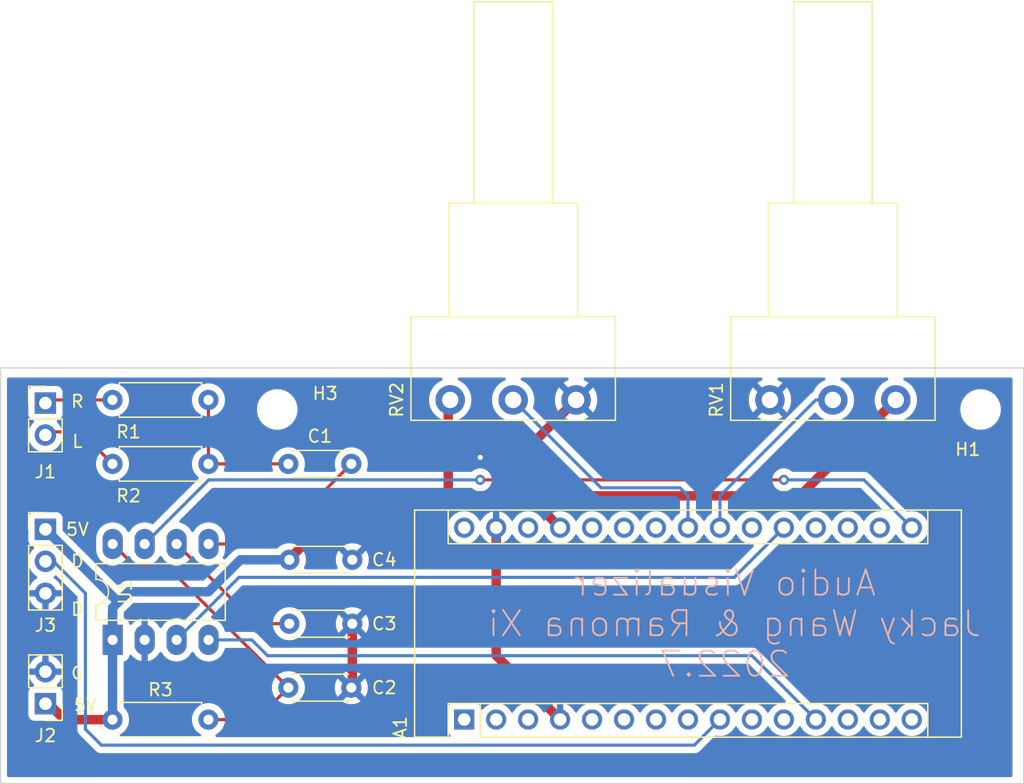
<source format=kicad_pcb>
(kicad_pcb (version 20211014) (generator pcbnew)
  (layers (0 "F.Cu" signal) (31 "B.Cu" signal) (34 "B.Paste" user) (35 "F.Paste" user) (36 "B.SilkS" user "B.Silkscreen") (37 "F.SilkS" user "F.Silkscreen") (38 "B.Mask" user) (39 "F.Mask" user) (44 "Edge.Cuts" user))
  (net 0 "")
  (net 1 "Net-(C1-Pad1)")
  (net 2 "Net-(C1-Pad2)")
  (net 3 "Net-(C2-Pad1)")
  (net 4 "GND")
  (net 5 "Net-(C3-Pad2)")
  (net 6 "Out")
  (net 7 "Audio_IN_R")
  (net 8 "Audio_IN_L")
  (net 9 "Strobe")
  (net 10 "Reset")
  (net 11 "Brightness")
  (net 12 "+5V")
  (net 20 "LED_DATA")
  (net 30 "Sensitivity")
  (footprint "Connector_PinHeader_2.54mm:PinHeader_1x02_P2.54mm_Vertical" (layer "F.Cu") (at 90.805 102.113 180)
    (fp_text reference "J2" (at 0 -2.54) (layer "F.SilkS"))
    (fp_text value "PWR")
    (fp_line (start -1.33 -1.33) (end 0 -1.33) (layer "F.SilkS") (width 0.12))
    (fp_line (start -1.33 0) (end -1.33 -1.33) (layer "F.SilkS") (width 0.12))
    (fp_line (start 1.33 1.27) (end 1.33 3.87) (layer "F.SilkS") (width 0.12))
    (fp_line (start -1.33 1.27) (end -1.33 3.87) (layer "F.SilkS") (width 0.12))
    (fp_line (start -1.33 3.87) (end 1.33 3.87) (layer "F.SilkS") (width 0.12))
    (fp_line (start -1.33 1.27) (end 1.33 1.27) (layer "F.SilkS") (width 0.12))
    (pad "1" thru_hole rect (at 0 0 180) (size 1.7 1.7) (drill 1) (layers *.Cu *.Mask) (net 12 "+5V"))
    (pad "2" thru_hole oval (at 0 2.54 180) (size 1.7 1.7) (drill 1) (layers *.Cu *.Mask) (net 4 "GND"))
  )
  (footprint "Capacitor_THT:C_Disc_D4.3mm_W1.9mm_P5.00mm" (layer "F.Cu") (at 110.104 83.063)
    (fp_text reference "C1" (at 2.5 -2.2) (layer "F.SilkS"))
    (fp_text value "10nF")
    (fp_line (start 0.23 1.055) (end 0.23 1.07) (layer "F.SilkS") (width 0.12))
    (fp_line (start 0.23 -1.07) (end 0.23 -1.055) (layer "F.SilkS") (width 0.12))
    (fp_line (start 0.23 -1.07) (end 4.77 -1.07) (layer "F.SilkS") (width 0.12))
    (fp_line (start 4.77 1.055) (end 4.77 1.07) (layer "F.SilkS") (width 0.12))
    (fp_line (start 0.23 1.07) (end 4.77 1.07) (layer "F.SilkS") (width 0.12))
    (fp_line (start 4.77 -1.07) (end 4.77 -1.055) (layer "F.SilkS") (width 0.12))
    (pad "1" thru_hole circle (at 0 0) (size 1.6 1.6) (drill 0.8) (layers *.Cu *.Mask) (net 1 "Net-(C1-Pad1)"))
    (pad "2" thru_hole circle (at 5 0) (size 1.6 1.6) (drill 0.8) (layers *.Cu *.Mask) (net 2 "Net-(C1-Pad2)"))
  )
  (footprint "Resistor_THT:R_Axial_DIN0207_L6.3mm_D2.5mm_P7.62mm_Horizontal" (layer "F.Cu") (at 96.134 103.383)
    (fp_text reference "R3" (at 3.81 -2.37) (layer "F.SilkS"))
    (fp_text value "200k")
    (fp_line (start 0.54 1.04) (end 0.54 1.37) (layer "F.SilkS") (width 0.12))
    (fp_line (start 7.08 1.37) (end 7.08 1.04) (layer "F.SilkS") (width 0.12))
    (fp_line (start 0.54 1.37) (end 7.08 1.37) (layer "F.SilkS") (width 0.12))
    (fp_line (start 0.54 -1.04) (end 0.54 -1.37) (layer "F.SilkS") (width 0.12))
    (fp_line (start 0.54 -1.37) (end 7.08 -1.37) (layer "F.SilkS") (width 0.12))
    (fp_line (start 7.08 -1.37) (end 7.08 -1.04) (layer "F.SilkS") (width 0.12))
    (pad "1" thru_hole circle (at 0 0) (size 1.6 1.6) (drill 0.8) (layers *.Cu *.Mask) (net 12 "+5V"))
    (pad "2" thru_hole oval (at 7.62 0) (size 1.6 1.6) (drill 0.8) (layers *.Cu *.Mask) (net 3 "Net-(C2-Pad1)"))
  )
  (footprint "Package_DIP:DIP-8_W7.62mm_LongPads" (layer "F.Cu") (at 96.144 97.048 90)
    (fp_text reference "U1" (at 3.81 1.011 270) (layer "F.SilkS"))
    (fp_text value "MSGEQ7")
    (fp_line (start 6.06 8.95) (end 6.06 -1.33) (layer "F.SilkS") (width 0.12))
    (fp_line (start 1.56 -1.33) (end 1.56 8.95) (layer "F.SilkS") (width 0.12))
    (fp_line (start 2.81 -1.33) (end 1.56 -1.33) (layer "F.SilkS") (width 0.12))
    (fp_line (start 1.56 8.95) (end 6.06 8.95) (layer "F.SilkS") (width 0.12))
    (fp_line (start 6.06 -1.33) (end 4.81 -1.33) (layer "F.SilkS") (width 0.12))
    (fp_arc (start 4.81 -1.33) (mid 3.81 -0.33) (end 2.81 -1.33) (layer "F.SilkS") (width 0.12))
    (pad "1" thru_hole rect (at 0 0 90) (size 2.4 1.6) (drill 0.8) (layers *.Cu *.Mask) (net 12 "+5V"))
    (pad "2" thru_hole oval (at 0 2.54 90) (size 2.4 1.6) (drill 0.8) (layers *.Cu *.Mask) (net 4 "GND"))
    (pad "3" thru_hole oval (at 0 5.08 90) (size 2.4 1.6) (drill 0.8) (layers *.Cu *.Mask) (net 6 "Out"))
    (pad "4" thru_hole oval (at 0 7.62 90) (size 2.4 1.6) (drill 0.8) (layers *.Cu *.Mask) (net 9 "Strobe"))
    (pad "5" thru_hole oval (at 7.62 7.62 90) (size 2.4 1.6) (drill 0.8) (layers *.Cu *.Mask) (net 2 "Net-(C1-Pad2)"))
    (pad "6" thru_hole oval (at 7.62 5.08 90) (size 2.4 1.6) (drill 0.8) (layers *.Cu *.Mask) (net 5 "Net-(C3-Pad2)"))
    (pad "7" thru_hole oval (at 7.62 2.54 90) (size 2.4 1.6) (drill 0.8) (layers *.Cu *.Mask) (net 10 "Reset"))
    (pad "8" thru_hole oval (at 7.62 0 90) (size 2.4 1.6) (drill 0.8) (layers *.Cu *.Mask) (net 3 "Net-(C2-Pad1)"))
  )
  (footprint "Capacitor_THT:C_Disc_D4.3mm_W1.9mm_P5.00mm" (layer "F.Cu") (at 110.104 100.843)
    (fp_text reference "C2" (at 7.62 0) (layer "F.SilkS"))
    (fp_text value "33pF")
    (fp_line (start 0.23 1.055) (end 0.23 1.07) (layer "F.SilkS") (width 0.12))
    (fp_line (start 0.23 -1.07) (end 4.77 -1.07) (layer "F.SilkS") (width 0.12))
    (fp_line (start 4.77 -1.07) (end 4.77 -1.055) (layer "F.SilkS") (width 0.12))
    (fp_line (start 4.77 1.055) (end 4.77 1.07) (layer "F.SilkS") (width 0.12))
    (fp_line (start 0.23 -1.07) (end 0.23 -1.055) (layer "F.SilkS") (width 0.12))
    (fp_line (start 0.23 1.07) (end 4.77 1.07) (layer "F.SilkS") (width 0.12))
    (pad "1" thru_hole circle (at 0 0) (size 1.6 1.6) (drill 0.8) (layers *.Cu *.Mask) (net 3 "Net-(C2-Pad1)"))
    (pad "2" thru_hole circle (at 5 0) (size 1.6 1.6) (drill 0.8) (layers *.Cu *.Mask) (net 4 "GND"))
  )
  (footprint "Capacitor_THT:C_Disc_D4.3mm_W1.9mm_P5.00mm" (layer "F.Cu") (at 115.184 90.683 180)
    (fp_text reference "C4" (at -2.54 0) (layer "F.SilkS"))
    (fp_text value "100nF")
    (fp_line (start 0.23 -1.07) (end 0.23 -1.055) (layer "F.SilkS") (width 0.12))
    (fp_line (start 0.23 1.055) (end 0.23 1.07) (layer "F.SilkS") (width 0.12))
    (fp_line (start 0.23 -1.07) (end 4.77 -1.07) (layer "F.SilkS") (width 0.12))
    (fp_line (start 4.77 1.055) (end 4.77 1.07) (layer "F.SilkS") (width 0.12))
    (fp_line (start 4.77 -1.07) (end 4.77 -1.055) (layer "F.SilkS") (width 0.12))
    (fp_line (start 0.23 1.07) (end 4.77 1.07) (layer "F.SilkS") (width 0.12))
    (pad "1" thru_hole circle (at 0 0 180) (size 1.6 1.6) (drill 0.8) (layers *.Cu *.Mask) (net 4 "GND"))
    (pad "2" thru_hole circle (at 5 0 180) (size 1.6 1.6) (drill 0.8) (layers *.Cu *.Mask) (net 12 "+5V"))
  )
  (footprint "MountingHole:MountingHole_2.2mm_M2" (layer "F.Cu") (at 165.1 78.74)
    (fp_text reference "H1" (at -1.016 3.175) (layer "F.SilkS"))
    (fp_text value "M2")
    (pad "" np_thru_hole circle (at 0 0) (size 2.2 2.2) (drill 2.2) (layers *.Cu *.Mask))
  )
  (footprint "Module:Arduino_Nano" (layer "F.Cu") (at 124.074 103.373 90)
    (fp_text reference "A1" (at -0.645 -5.08 90) (layer "F.SilkS"))
    (fp_text value "Arduino_Nano_v3.x")
    (fp_line (start -1.4 39.5) (end 16.64 39.5) (layer "F.SilkS") (width 0.12))
    (fp_line (start 1.27 1.27) (end 1.27 36.83) (layer "F.SilkS") (width 0.12))
    (fp_line (start 1.27 -1.27) (end -1.4 -1.27) (layer "F.SilkS") (width 0.12))
    (fp_line (start 13.97 -1.27) (end 16.64 -1.27) (layer "F.SilkS") (width 0.12))
    (fp_line (start -1.4 1.27) (end -1.4 39.5) (layer "F.SilkS") (width 0.12))
    (fp_line (start 16.64 39.5) (end 16.64 -3.94) (layer "F.SilkS") (width 0.12))
    (fp_line (start 1.27 1.27) (end -1.4 1.27) (layer "F.SilkS") (width 0.12))
    (fp_line (start 13.97 36.83) (end 16.64 36.83) (layer "F.SilkS") (width 0.12))
    (fp_line (start 13.97 -1.27) (end 13.97 36.83) (layer "F.SilkS") (width 0.12))
    (fp_line (start 1.27 1.27) (end 1.27 -1.27) (layer "F.SilkS") (width 0.12))
    (fp_line (start 16.64 -3.94) (end -1.4 -3.94) (layer "F.SilkS") (width 0.12))
    (fp_line (start -1.4 -3.94) (end -1.4 -1.27) (layer "F.SilkS") (width 0.12))
    (fp_line (start 1.27 36.83) (end -1.4 36.83) (layer "F.SilkS") (width 0.12))
    (pad "1" thru_hole rect (at 0 0 90) (size 1.6 1.6) (drill 1) (layers *.Cu *.Mask))
    (pad "2" thru_hole oval (at 0 2.54 90) (size 1.6 1.6) (drill 1) (layers *.Cu *.Mask))
    (pad "3" thru_hole oval (at 0 5.08 90) (size 1.6 1.6) (drill 1) (layers *.Cu *.Mask))
    (pad "4" thru_hole oval (at 0 7.62 90) (size 1.6 1.6) (drill 1) (layers *.Cu *.Mask) (net 4 "GND"))
    (pad "5" thru_hole oval (at 0 10.16 90) (size 1.6 1.6) (drill 1) (layers *.Cu *.Mask))
    (pad "6" thru_hole oval (at 0 12.7 90) (size 1.6 1.6) (drill 1) (layers *.Cu *.Mask))
    (pad "7" thru_hole oval (at 0 15.24 90) (size 1.6 1.6) (drill 1) (layers *.Cu *.Mask))
    (pad "8" thru_hole oval (at 0 17.78 90) (size 1.6 1.6) (drill 1) (layers *.Cu *.Mask))
    (pad "9" thru_hole oval (at 0 20.32 90) (size 1.6 1.6) (drill 1) (layers *.Cu *.Mask) (net 20 "LED_DATA"))
    (pad "10" thru_hole oval (at 0 22.86 90) (size 1.6 1.6) (drill 1) (layers *.Cu *.Mask))
    (pad "11" thru_hole oval (at 0 25.4 90) (size 1.6 1.6) (drill 1) (layers *.Cu *.Mask))
    (pad "12" thru_hole oval (at 0 27.94 90) (size 1.6 1.6) (drill 1) (layers *.Cu *.Mask) (net 9 "Strobe"))
    (pad "13" thru_hole oval (at 0 30.48 90) (size 1.6 1.6) (drill 1) (layers *.Cu *.Mask))
    (pad "14" thru_hole oval (at 0 33.02 90) (size 1.6 1.6) (drill 1) (layers *.Cu *.Mask))
    (pad "15" thru_hole oval (at 0 35.56 90) (size 1.6 1.6) (drill 1) (layers *.Cu *.Mask))
    (pad "16" thru_hole oval (at 15.24 35.56 90) (size 1.6 1.6) (drill 1) (layers *.Cu *.Mask) (net 10 "Reset"))
    (pad "17" thru_hole oval (at 15.24 33.02 90) (size 1.6 1.6) (drill 1) (layers *.Cu *.Mask))
    (pad "18" thru_hole oval (at 15.24 30.48 90) (size 1.6 1.6) (drill 1) (layers *.Cu *.Mask))
    (pad "19" thru_hole oval (at 15.24 27.94 90) (size 1.6 1.6) (drill 1) (layers *.Cu *.Mask))
    (pad "20" thru_hole oval (at 15.24 25.4 90) (size 1.6 1.6) (drill 1) (layers *.Cu *.Mask) (net 6 "Out"))
    (pad "21" thru_hole oval (at 15.24 22.86 90) (size 1.6 1.6) (drill 1) (layers *.Cu *.Mask))
    (pad "22" thru_hole oval (at 15.24 20.32 90) (size 1.6 1.6) (drill 1) (layers *.Cu *.Mask) (net 30 "Sensitivity"))
    (pad "23" thru_hole oval (at 15.24 17.78 90) (size 1.6 1.6) (drill 1) (layers *.Cu *.Mask) (net 11 "Brightness"))
    (pad "24" thru_hole oval (at 15.24 15.24 90) (size 1.6 1.6) (drill 1) (layers *.Cu *.Mask))
    (pad "25" thru_hole oval (at 15.24 12.7 90) (size 1.6 1.6) (drill 1) (layers *.Cu *.Mask))
    (pad "26" thru_hole oval (at 15.24 10.16 90) (size 1.6 1.6) (drill 1) (layers *.Cu *.Mask))
    (pad "27" thru_hole oval (at 15.24 7.62 90) (size 1.6 1.6) (drill 1) (layers *.Cu *.Mask) (net 12 "+5V"))
    (pad "28" thru_hole oval (at 15.24 5.08 90) (size 1.6 1.6) (drill 1) (layers *.Cu *.Mask))
    (pad "29" thru_hole oval (at 15.24 2.54 90) (size 1.6 1.6) (drill 1) (layers *.Cu *.Mask) (net 4 "GND"))
    (pad "30" thru_hole oval (at 15.24 0 90) (size 1.6 1.6) (drill 1) (layers *.Cu *.Mask))
  )
  (footprint "Potentiometer_THT:Potentiometer_Piher_PC-16_Single_Horizontal" (layer "F.Cu") (at 132.964 77.983 90)
    (fp_text reference "RV2" (at 0 -14.25 90) (layer "F.SilkS"))
    (fp_text value "R_Bright")
    (fp_line (start -1.62 -13.12) (end -1.62 3.12) (layer "F.SilkS") (width 0.12))
    (fp_line (start 15.62 -8.12) (end 31.62 -8.12) (layer "F.SilkS") (width 0.12))
    (fp_line (start 6.62 -10.12) (end 15.62 -10.12) (layer "F.SilkS") (width 0.12))
    (fp_line (start -1.62 -13.12) (end 6.62 -13.12) (layer "F.SilkS") (width 0.12))
    (fp_line (start -1.62 3.12) (end 6.62 3.12) (layer "F.SilkS") (width 0.12))
    (fp_line (start 31.62 -8.12) (end 31.62 -1.879) (layer "F.SilkS") (width 0.12))
    (fp_line (start 15.62 -10.12) (end 15.62 0.12) (layer "F.SilkS") (width 0.12))
    (fp_line (start 6.62 0.12) (end 15.62 0.12) (layer "F.SilkS") (width 0.12))
    (fp_line (start 15.62 -1.879) (end 31.62 -1.879) (layer "F.SilkS") (width 0.12))
    (fp_line (start 6.62 -13.12) (end 6.62 3.12) (layer "F.SilkS") (width 0.12))
    (fp_line (start 6.62 -10.12) (end 6.62 0.12) (layer "F.SilkS") (width 0.12))
    (fp_line (start 15.62 -8.12) (end 15.62 -1.879) (layer "F.SilkS") (width 0.12))
    (pad "1" thru_hole circle (at 0 0 90) (size 2.34 2.34) (drill 1.3) (layers *.Cu *.Mask) (net 4 "GND"))
    (pad "2" thru_hole circle (at 0 -5 90) (size 2.34 2.34) (drill 1.3) (layers *.Cu *.Mask) (net 11 "Brightness"))
    (pad "3" thru_hole circle (at 0 -10 90) (size 2.34 2.34) (drill 1.3) (layers *.Cu *.Mask) (net 12 "+5V"))
  )
  (footprint "MountingHole:MountingHole_2.2mm_M2" (layer "F.Cu") (at 109.22 78.74)
    (fp_text reference "H3" (at 3.81 -1.27) (layer "F.SilkS"))
    (fp_text value "M2")
    (pad "" np_thru_hole circle (at 0 0) (size 2.2 2.2) (drill 2.2) (layers *.Cu *.Mask))
  )
  (footprint "Resistor_THT:R_Axial_DIN0207_L6.3mm_D2.5mm_P7.62mm_Horizontal" (layer "F.Cu") (at 96.134 83.063)
    (fp_text reference "R2" (at 1.27 2.54) (layer "F.SilkS"))
    (fp_text value "22k")
    (fp_line (start 0.54 -1.04) (end 0.54 -1.37) (layer "F.SilkS") (width 0.12))
    (fp_line (start 0.54 1.37) (end 7.08 1.37) (layer "F.SilkS") (width 0.12))
    (fp_line (start 7.08 -1.37) (end 7.08 -1.04) (layer "F.SilkS") (width 0.12))
    (fp_line (start 0.54 -1.37) (end 7.08 -1.37) (layer "F.SilkS") (width 0.12))
    (fp_line (start 7.08 1.37) (end 7.08 1.04) (layer "F.SilkS") (width 0.12))
    (fp_line (start 0.54 1.04) (end 0.54 1.37) (layer "F.SilkS") (width 0.12))
    (pad "1" thru_hole circle (at 0 0) (size 1.6 1.6) (drill 0.8) (layers *.Cu *.Mask) (net 8 "Audio_IN_L"))
    (pad "2" thru_hole oval (at 7.62 0) (size 1.6 1.6) (drill 0.8) (layers *.Cu *.Mask) (net 1 "Net-(C1-Pad1)"))
  )
  (footprint "Resistor_THT:R_Axial_DIN0207_L6.3mm_D2.5mm_P7.62mm_Horizontal" (layer "F.Cu") (at 96.134 77.983)
    (fp_text reference "R1" (at 1.27 2.54) (layer "F.SilkS"))
    (fp_text value "22k")
    (fp_line (start 7.08 1.37) (end 7.08 1.04) (layer "F.SilkS") (width 0.12))
    (fp_line (start 0.54 1.04) (end 0.54 1.37) (layer "F.SilkS") (width 0.12))
    (fp_line (start 7.08 -1.37) (end 7.08 -1.04) (layer "F.SilkS") (width 0.12))
    (fp_line (start 0.54 -1.37) (end 7.08 -1.37) (layer "F.SilkS") (width 0.12))
    (fp_line (start 0.54 1.37) (end 7.08 1.37) (layer "F.SilkS") (width 0.12))
    (fp_line (start 0.54 -1.04) (end 0.54 -1.37) (layer "F.SilkS") (width 0.12))
    (pad "1" thru_hole circle (at 0 0) (size 1.6 1.6) (drill 0.8) (layers *.Cu *.Mask) (net 7 "Audio_IN_R"))
    (pad "2" thru_hole oval (at 7.62 0) (size 1.6 1.6) (drill 0.8) (layers *.Cu *.Mask) (net 1 "Net-(C1-Pad1)"))
  )
  (footprint "Connector_PinHeader_2.54mm:PinHeader_1x02_P2.54mm_Vertical" (layer "F.Cu") (at 90.8 78.232)
    (fp_text reference "J1" (at 0.005 5.466) (layer "F.SilkS"))
    (fp_text value "AUDIO")
    (fp_line (start -1.33 1.27) (end -1.33 3.87) (layer "F.SilkS") (width 0.12))
    (fp_line (start -1.33 1.27) (end 1.33 1.27) (layer "F.SilkS") (width 0.12))
    (fp_line (start -1.33 0) (end -1.33 -1.33) (layer "F.SilkS") (width 0.12))
    (fp_line (start -1.33 -1.33) (end 0 -1.33) (layer "F.SilkS") (width 0.12))
    (fp_line (start -1.33 3.87) (end 1.33 3.87) (layer "F.SilkS") (width 0.12))
    (fp_line (start 1.33 1.27) (end 1.33 3.87) (layer "F.SilkS") (width 0.12))
    (pad "1" thru_hole rect (at 0 0) (size 1.7 1.7) (drill 1) (layers *.Cu *.Mask) (net 7 "Audio_IN_R"))
    (pad "2" thru_hole oval (at 0 2.54) (size 1.7 1.7) (drill 1) (layers *.Cu *.Mask) (net 8 "Audio_IN_L"))
  )
  (footprint "Capacitor_THT:C_Disc_D4.3mm_W1.9mm_P5.00mm" (layer "F.Cu") (at 115.184 95.763 180)
    (fp_text reference "C3" (at -2.54 0) (layer "F.SilkS"))
    (fp_text value "100nF")
    (fp_line (start 4.77 -1.07) (end 4.77 -1.055) (layer "F.SilkS") (width 0.12))
    (fp_line (start 0.23 -1.07) (end 0.23 -1.055) (layer "F.SilkS") (width 0.12))
    (fp_line (start 0.23 -1.07) (end 4.77 -1.07) (layer "F.SilkS") (width 0.12))
    (fp_line (start 4.77 1.055) (end 4.77 1.07) (layer "F.SilkS") (width 0.12))
    (fp_line (start 0.23 1.055) (end 0.23 1.07) (layer "F.SilkS") (width 0.12))
    (fp_line (start 0.23 1.07) (end 4.77 1.07) (layer "F.SilkS") (width 0.12))
    (pad "1" thru_hole circle (at 0 0 180) (size 1.6 1.6) (drill 0.8) (layers *.Cu *.Mask) (net 4 "GND"))
    (pad "2" thru_hole circle (at 5 0 180) (size 1.6 1.6) (drill 0.8) (layers *.Cu *.Mask) (net 5 "Net-(C3-Pad2)"))
  )
  (footprint "Connector_PinHeader_2.54mm:PinHeader_1x03_P2.54mm_Vertical" (layer "F.Cu") (at 90.805 88.265)
    (fp_text reference "J3" (at 0 7.62) (layer "F.SilkS"))
    (fp_text value "LED")
    (fp_line (start 1.33 1.27) (end 1.33 6.41) (layer "F.SilkS") (width 0.12))
    (fp_line (start -1.33 6.41) (end 1.33 6.41) (layer "F.SilkS") (width 0.12))
    (fp_line (start -1.33 1.27) (end 1.33 1.27) (layer "F.SilkS") (width 0.12))
    (fp_line (start -1.33 -1.33) (end 0 -1.33) (layer "F.SilkS") (width 0.12))
    (fp_line (start -1.33 0) (end -1.33 -1.33) (layer "F.SilkS") (width 0.12))
    (fp_line (start -1.33 1.27) (end -1.33 6.41) (layer "F.SilkS") (width 0.12))
    (pad "1" thru_hole rect (at 0 0) (size 1.7 1.7) (drill 1) (layers *.Cu *.Mask) (net 12 "+5V"))
    (pad "2" thru_hole oval (at 0 2.54) (size 1.7 1.7) (drill 1) (layers *.Cu *.Mask) (net 20 "LED_DATA"))
    (pad "3" thru_hole oval (at 0 5.08) (size 1.7 1.7) (drill 1) (layers *.Cu *.Mask) (net 4 "GND"))
  )
  (footprint "Potentiometer_THT:Potentiometer_Piher_PC-16_Single_Horizontal" (layer "F.Cu") (at 158.364 77.983 90)
    (fp_text reference "RV1" (at 0 -14.25 90) (layer "F.SilkS"))
    (fp_text value "R_Sense")
    (fp_line (start 15.62 -1.879) (end 31.62 -1.879) (layer "F.SilkS") (width 0.12))
    (fp_line (start 6.62 0.12) (end 15.62 0.12) (layer "F.SilkS") (width 0.12))
    (fp_line (start -1.62 -13.12) (end 6.62 -13.12) (layer "F.SilkS") (width 0.12))
    (fp_line (start 6.62 -10.12) (end 15.62 -10.12) (layer "F.SilkS") (width 0.12))
    (fp_line (start -1.62 3.12) (end 6.62 3.12) (layer "F.SilkS") (width 0.12))
    (fp_line (start 31.62 -8.12) (end 31.62 -1.879) (layer "F.SilkS") (width 0.12))
    (fp_line (start 6.62 -13.12) (end 6.62 3.12) (layer "F.SilkS") (width 0.12))
    (fp_line (start -1.62 -13.12) (end -1.62 3.12) (layer "F.SilkS") (width 0.12))
    (fp_line (start 15.62 -8.12) (end 31.62 -8.12) (layer "F.SilkS") (width 0.12))
    (fp_line (start 6.62 -10.12) (end 6.62 0.12) (layer "F.SilkS") (width 0.12))
    (fp_line (start 15.62 -8.12) (end 15.62 -1.879) (layer "F.SilkS") (width 0.12))
    (fp_line (start 15.62 -10.12) (end 15.62 0.12) (layer "F.SilkS") (width 0.12))
    (pad "1" thru_hole circle (at 0 0 90) (size 2.34 2.34) (drill 1.3) (layers *.Cu *.Mask) (net 12 "+5V"))
    (pad "2" thru_hole circle (at 0 -5 90) (size 2.34 2.34) (drill 1.3) (layers *.Cu *.Mask) (net 30 "Sensitivity"))
    (pad "3" thru_hole circle (at 0 -10 90) (size 2.34 2.34) (drill 1.3) (layers *.Cu *.Mask) (net 4 "GND"))
  )
  (gr_line (start 87.244 75.443) (end 168.524 75.443) (layer "Edge.Cuts") (width 0.1))
  (gr_line (start 168.524 75.443) (end 168.524 108.463) (layer "Edge.Cuts") (width 0.1))
  (gr_line (start 168.524 108.463) (end 87.244 108.463) (layer "Edge.Cuts") (width 0.1))
  (gr_line (start 87.244 108.463) (end 87.244 75.443) (layer "Edge.Cuts") (width 0.1))
  (gr_text "Audio Visualizer\nJacky Wang & Ramona Xi \n2022.7" (at 144.78 95.758) (layer "B.SilkS") (effects (font (size 2 2)) (justify mirror)))
  (gr_text "G" (at 93.345 99.695) (layer "F.SilkS") (effects (font (size 1 1))))
  (gr_text "5V" (at 93.345 88.265) (layer "F.SilkS") (effects (font (size 1 1))))
  (gr_text "D" (at 93.345 90.805) (layer "F.SilkS") (effects (font (size 1 1))))
  (gr_text "D\n" (at 93.345 94.615) (layer "F.SilkS") (effects (font (size 1 1))))
  (gr_text "R" (at 93.345 78.105) (layer "F.SilkS") (effects (font (size 1 1))))
  (gr_text "5V" (at 93.98 102.235) (layer "F.SilkS") (effects (font (size 1 1))))
  (gr_text "L" (at 93.345 81.28) (layer "F.SilkS") (effects (font (size 1 1))))
  (segment (start 103.754 77.983) (end 103.754 83.063) (width 0.25) (layer "F.Cu") (net 1))
  (segment (start 103.754 83.063) (end 110.104 83.063) (width 0.25) (layer "F.Cu") (net 1))
  (segment (start 108.739 89.428) (end 115.104 83.063) (width 0.25) (layer "F.Cu") (net 2))
  (segment (start 103.764 89.428) (end 108.739 89.428) (width 0.25) (layer "F.Cu") (net 2))
  (segment (start 107.564 103.383) (end 103.754 103.383) (width 0.25) (layer "F.Cu") (net 3))
  (segment (start 97.907 91.191) (end 96.144 89.428) (width 0.25) (layer "F.Cu") (net 3))
  (segment (start 110.104 100.843) (end 100.452 91.191) (width 0.25) (layer "F.Cu") (net 3))
  (segment (start 110.104 100.843) (end 107.564 103.383) (width 0.25) (layer "F.Cu") (net 3))
  (segment (start 100.452 91.191) (end 97.907 91.191) (width 0.25) (layer "F.Cu") (net 3))
  (segment (start 115.184 100.763) (end 115.104 100.843) (width 0.75) (layer "F.Cu") (net 4))
  (segment (start 115.184 95.763) (end 115.184 100.763) (width 0.75) (layer "F.Cu") (net 4))
  (segment (start 126.614 98.293) (end 131.694 103.373) (width 0.75) (layer "F.Cu") (net 4))
  (segment (start 125.349 82.55) (end 128.397 82.55) (width 0.75) (layer "F.Cu") (net 4))
  (segment (start 126.614 88.133) (end 126.614 98.293) (width 0.75) (layer "F.Cu") (net 4))
  (segment (start 128.397 82.55) (end 132.964 77.983) (width 0.75) (layer "F.Cu") (net 4))
  (via (at 125.349 82.55) (size 0.8) (drill 0.4) (layers "F.Cu" "B.Cu") (net 4))
  (segment (start 110.184 95.763) (end 107.559 95.763) (width 0.25) (layer "F.Cu") (net 5))
  (segment (start 107.559 95.763) (end 101.224 89.428) (width 0.25) (layer "F.Cu") (net 5))
  (segment (start 145.527 92.08) (end 149.474 88.133) (width 0.25) (layer "B.Cu") (net 6))
  (segment (start 101.224 97.0355) (end 106.1795 92.08) (width 0.25) (layer "B.Cu") (net 6))
  (segment (start 101.224 97.048) (end 101.224 97.0355) (width 0.25) (layer "B.Cu") (net 6))
  (segment (start 106.1795 92.08) (end 145.527 92.08) (width 0.25) (layer "B.Cu") (net 6))
  (segment (start 96.134 77.983) (end 91.054 77.983) (width 0.25) (layer "F.Cu") (net 7))
  (segment (start 93.589 80.518) (end 96.134 83.063) (width 0.25) (layer "F.Cu") (net 8))
  (segment (start 91.059 80.518) (end 93.589 80.518) (width 0.25) (layer "F.Cu") (net 8))
  (segment (start 91.054 80.523) (end 91.059 80.518) (width 0.25) (layer "F.Cu") (net 8))
  (segment (start 107.198 97.048) (end 108.453 98.303) (width 0.25) (layer "B.Cu") (net 9))
  (segment (start 103.764 97.048) (end 107.198 97.048) (width 0.25) (layer "B.Cu") (net 9))
  (segment (start 146.944 98.303) (end 152.014 103.373) (width 0.25) (layer "B.Cu") (net 9))
  (segment (start 108.453 98.303) (end 146.944 98.303) (width 0.25) (layer "B.Cu") (net 9))
  (segment (start 149.474 84.333) (end 125.344 84.333) (width 0.25) (layer "F.Cu") (net 10))
  (via (at 149.474 84.333) (size 0.8) (drill 0.4) (layers "F.Cu" "B.Cu") (net 10))
  (via (at 125.344 84.333) (size 0.8) (drill 0.4) (layers "F.Cu" "B.Cu") (net 10))
  (segment (start 155.834 84.333) (end 149.474 84.333) (width 0.25) (layer "B.Cu") (net 10))
  (segment (start 159.634 88.133) (end 155.834 84.333) (width 0.25) (layer "B.Cu") (net 10))
  (segment (start 103.779 84.333) (end 125.344 84.333) (width 0.25) (layer "B.Cu") (net 10))
  (segment (start 98.684 89.428) (end 103.779 84.333) (width 0.25) (layer "B.Cu") (net 10))
  (segment (start 127.964 77.983) (end 134.949 84.968) (width 0.25) (layer "B.Cu") (net 11))
  (segment (start 134.949 84.968) (end 141.219 84.968) (width 0.25) (layer "B.Cu") (net 11))
  (segment (start 141.854 85.603) (end 141.854 88.133) (width 0.25) (layer "B.Cu") (net 11))
  (segment (start 141.219 84.968) (end 141.854 85.603) (width 0.25) (layer "B.Cu") (net 11))
  (segment (start 129.164 85.603) (end 131.694 88.133) (width 0.75) (layer "F.Cu") (net 12))
  (segment (start 92.324 103.383) (end 96.134 103.383) (width 0.75) (layer "F.Cu") (net 12))
  (segment (start 158.364 77.983) (end 150.744 85.603) (width 0.75) (layer "F.Cu") (net 12))
  (segment (start 122.804 85.603) (end 129.164 85.603) (width 0.75) (layer "F.Cu") (net 12))
  (segment (start 110.184 90.603) (end 115.184 85.603) (width 0.75) (layer "F.Cu") (net 12))
  (segment (start 110.184 90.683) (end 110.184 90.603) (width 0.75) (layer "F.Cu") (net 12))
  (segment (start 150.744 85.603) (end 129.164 85.603) (width 0.75) (layer "F.Cu") (net 12))
  (segment (start 122.804 78.143) (end 122.804 85.603) (width 0.75) (layer "F.Cu") (net 12))
  (segment (start 122.964 77.983) (end 122.804 78.143) (width 0.75) (layer "F.Cu") (net 12))
  (segment (start 91.054 102.113) (end 92.324 103.383) (width 0.75) (layer "F.Cu") (net 12))
  (segment (start 115.184 85.603) (end 122.804 85.603) (width 0.75) (layer "F.Cu") (net 12))
  (segment (start 96.144 95.011) (end 96.144 97.048) (width 0.75) (layer "B.Cu") (net 12))
  (segment (start 97.404 93.223) (end 96.5835 94.0435) (width 0.75) (layer "B.Cu") (net 12))
  (segment (start 110.184 90.683) (end 106.294 90.683) (width 0.75) (layer "B.Cu") (net 12))
  (segment (start 96.5835 94.0435) (end 90.805 88.265) (width 0.75) (layer "B.Cu") (net 12))
  (segment (start 96.134 95.021) (end 96.134 103.383) (width 0.75) (layer "B.Cu") (net 12))
  (segment (start 96.144 94.483) (end 96.144 95.011) (width 0.75) (layer "B.Cu") (net 12))
  (segment (start 96.144 95.011) (end 96.134 95.021) (width 0.75) (layer "B.Cu") (net 12))
  (segment (start 96.5835 94.0435) (end 96.144 94.483) (width 0.75) (layer "B.Cu") (net 12))
  (segment (start 106.294 90.683) (end 103.754 93.223) (width 0.75) (layer "B.Cu") (net 12))
  (segment (start 103.754 93.223) (end 97.404 93.223) (width 0.75) (layer "B.Cu") (net 12))
  (segment (start 93.98 93.345) (end 91.44 90.805) (width 0.25) (layer "B.Cu") (net 20))
  (segment (start 93.98 104.14) (end 95.25 105.41) (width 0.25) (layer "B.Cu") (net 20))
  (segment (start 95.25 105.41) (end 142.357 105.41) (width 0.25) (layer "B.Cu") (net 20))
  (segment (start 142.357 105.41) (end 144.394 103.373) (width 0.25) (layer "B.Cu") (net 20))
  (segment (start 93.98 93.345) (end 93.98 104.14) (width 0.25) (layer "B.Cu") (net 20))
  (segment (start 91.44 90.805) (end 90.805 90.805) (width 0.25) (layer "B.Cu") (net 20))
  (segment (start 144.394 85.603) (end 144.394 88.133) (width 0.25) (layer "B.Cu") (net 30))
  (segment (start 152.014 77.983) (end 144.394 85.603) (width 0.25) (layer "B.Cu") (net 30))
  (segment (start 153.364 77.983) (end 152.014 77.983) (width 0.25) (layer "B.Cu") (net 30))
  (zone (net 4) (net_name "GND") (layer "B.Cu") (connect_pads (clearance 0.508)) (min_thickness 0.254) (fill yes (thermal_gap 0.508) (thermal_bridge_width 0.508))
    (polygon (pts (xy 167.64 107.95) (xy 87.63 107.95) (xy 87.63 76.2) (xy 167.64 76.2)))
  )
)
</source>
